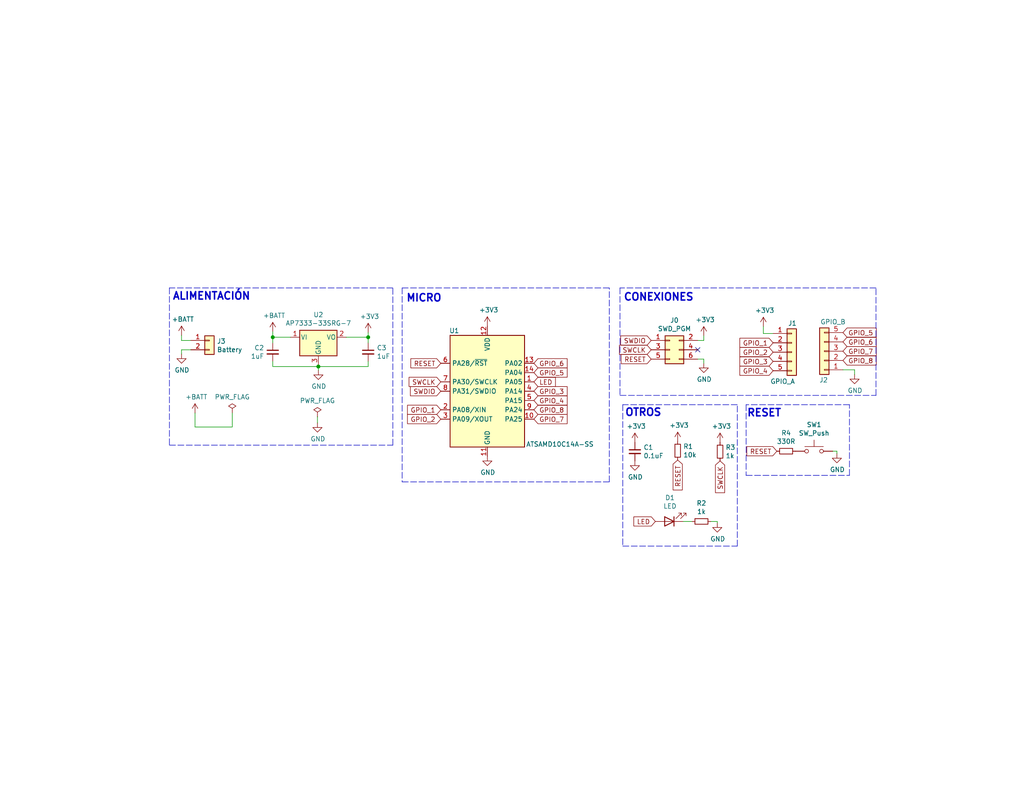
<source format=kicad_sch>
(kicad_sch (version 20211123) (generator eeschema)
  (paper "USLetter")
  (title_block (title "SAMD10C14A") (date "2020-08-21") (rev "1.0") (company "Cristóbal Cuevas Lagos") (comment 1 "Programmer for SAMD10"))
  (lib_symbols
    (symbol "Connector_Generic:Conn_01x02" (pin_names (offset 1.016) hide)
      (property "Reference" "J" (at 0 2.54 0))
      (property "Value" "Conn_01x02" (at 0 -5.08 0))
      (symbol "Conn_01x02_1_1"
        (rectangle (start -1.27 -2.413) (end 0 -2.667) (stroke (width 0.1524)))
        (rectangle (start -1.27 0.127) (end 0 -0.127) (stroke (width 0.1524)))
        (rectangle (start -1.27 1.27) (end 1.27 -3.81) (stroke (width 0.254)) (fill (type background)))
        (pin passive line (at -5.08 0 0) (length 3.81) (name "Pin_1") (number "1"))
        (pin passive line (at -5.08 -2.54 0) (length 3.81) (name "Pin_2") (number "2"))
      )
    )
    (symbol "Connector_Generic:Conn_01x05" (pin_names (offset 1.016) hide)
      (property "Reference" "J" (at 0 7.62 0))
      (property "Value" "Conn_01x05" (at 0 -7.62 0))
      (symbol "Conn_01x05_1_1"
        (rectangle (start -1.27 -4.953) (end 0 -5.207) (stroke (width 0.1524)))
        (rectangle (start -1.27 -2.413) (end 0 -2.667) (stroke (width 0.1524)))
        (rectangle (start -1.27 0.127) (end 0 -0.127) (stroke (width 0.1524)))
        (rectangle (start -1.27 2.667) (end 0 2.413) (stroke (width 0.1524)))
        (rectangle (start -1.27 5.207) (end 0 4.953) (stroke (width 0.1524)))
        (rectangle (start -1.27 6.35) (end 1.27 -6.35) (stroke (width 0.254)) (fill (type background)))
        (pin passive line (at -5.08 5.08 0) (length 3.81) (name "Pin_1") (number "1"))
        (pin passive line (at -5.08 2.54 0) (length 3.81) (name "Pin_2") (number "2"))
        (pin passive line (at -5.08 0 0) (length 3.81) (name "Pin_3") (number "3"))
        (pin passive line (at -5.08 -2.54 0) (length 3.81) (name "Pin_4") (number "4"))
        (pin passive line (at -5.08 -5.08 0) (length 3.81) (name "Pin_5") (number "5"))
      )
    )
    (symbol "Connector_Generic:Conn_02x03_Odd_Even" (pin_names (offset 1.016) hide)
      (property "Reference" "J" (at 1.27 5.08 0))
      (property "Value" "Conn_02x03_Odd_Even" (at 1.27 -5.08 0))
      (symbol "Conn_02x03_Odd_Even_1_1"
        (rectangle (start -1.27 -2.413) (end 0 -2.667) (stroke (width 0.1524)))
        (rectangle (start -1.27 0.127) (end 0 -0.127) (stroke (width 0.1524)))
        (rectangle (start -1.27 2.667) (end 0 2.413) (stroke (width 0.1524)))
        (rectangle (start -1.27 3.81) (end 3.81 -3.81) (stroke (width 0.254)) (fill (type background)))
        (rectangle (start 3.81 -2.413) (end 2.54 -2.667) (stroke (width 0.1524)))
        (rectangle (start 3.81 0.127) (end 2.54 -0.127) (stroke (width 0.1524)))
        (rectangle (start 3.81 2.667) (end 2.54 2.413) (stroke (width 0.1524)))
        (pin passive line (at -5.08 2.54 0) (length 3.81) (name "Pin_1") (number "1"))
        (pin passive line (at 7.62 2.54 180) (length 3.81) (name "Pin_2") (number "2"))
        (pin passive line (at -5.08 0 0) (length 3.81) (name "Pin_3") (number "3"))
        (pin passive line (at 7.62 0 180) (length 3.81) (name "Pin_4") (number "4"))
        (pin passive line (at -5.08 -2.54 0) (length 3.81) (name "Pin_5") (number "5"))
        (pin passive line (at 7.62 -2.54 180) (length 3.81) (name "Pin_6") (number "6"))
      )
    )
    (symbol "Device:C_Small" (pin_numbers hide) (pin_names (offset 0.254) hide)
      (property "Reference" "C" (at 0.254 1.778 0))
      (property "Value" "C_Small" (at 0.254 -2.032 0))
      (symbol "C_Small_0_1"
        (polyline (pts (xy -1.524 -0.508) (xy 1.524 -0.508)) (stroke (width 0.3302)))
        (polyline (pts (xy -1.524 0.508) (xy 1.524 0.508)) (stroke (width 0.3048)))
      )
      (symbol "C_Small_1_1"
        (pin passive line (at 0 2.54 270) (length 2.032) (name "~") (number "1"))
        (pin passive line (at 0 -2.54 90) (length 2.032) (name "~") (number "2"))
      )
    )
    (symbol "Device:LED" (pin_numbers hide) (pin_names (offset 1.016) hide)
      (property "Reference" "D" (at 0 2.54 0))
      (property "Value" "LED" (at 0 -2.54 0))
      (symbol "LED_0_1"
        (polyline (pts (xy -1.27 -1.27) (xy -1.27 1.27)) (stroke (width 0.254)))
        (polyline (pts (xy -1.27 0) (xy 1.27 0)))
        (polyline (pts (xy 1.27 -1.27) (xy 1.27 1.27) (xy -1.27 0) (xy 1.27 -1.27)) (stroke (width 0.254)))
        (polyline (pts (xy -3.048 -0.762) (xy -4.572 -2.286) (xy -3.81 -2.286) (xy -4.572 -2.286) (xy -4.572 -1.524)))
        (polyline (pts (xy -1.778 -0.762) (xy -3.302 -2.286) (xy -2.54 -2.286) (xy -3.302 -2.286) (xy -3.302 -1.524)))
      )
      (symbol "LED_1_1"
        (pin passive line (at -3.81 0 0) (length 2.54) (name "K") (number "1"))
        (pin passive line (at 3.81 0 180) (length 2.54) (name "A") (number "2"))
      )
    )
    (symbol "Device:R_Small" (pin_numbers hide) (pin_names (offset 0.254) hide)
      (property "Reference" "R" (at 0.762 0.508 0))
      (property "Value" "R_Small" (at 0.762 -1.016 0))
      (symbol "R_Small_0_1"
        (rectangle (start -0.762 1.778) (end 0.762 -1.778) (stroke (width 0.2032)))
      )
      (symbol "R_Small_1_1"
        (pin passive line (at 0 2.54 270) (length 0.762) (name "~") (number "1"))
        (pin passive line (at 0 -2.54 90) (length 0.762) (name "~") (number "2"))
      )
    )
    (symbol "MCU_Microchip_SAMD:ATSAMD10C14A-SS"
      (property "Reference" "U" (at -10.16 16.51 0))
      (property "Value" "ATSAMD10C14A-SS" (at 1.27 16.51 0))
      (symbol "ATSAMD10C14A-SS_0_1"
        (rectangle (start -10.16 15.24) (end 10.16 -15.24) (stroke (width 0.254)) (fill (type background)))
      )
      (symbol "ATSAMD10C14A-SS_1_1"
        (pin bidirectional line (at 12.7 2.54 180) (length 2.54) (name "PA05") (number "1"))
        (pin bidirectional line (at 12.7 -7.62 180) (length 2.54) (name "PA25") (number "10"))
        (pin power_in line (at 0 -17.78 90) (length 2.54) (name "GND") (number "11"))
        (pin power_in line (at 0 17.78 270) (length 2.54) (name "VDD") (number "12"))
        (pin bidirectional line (at 12.7 7.62 180) (length 2.54) (name "PA02") (number "13"))
        (pin bidirectional line (at 12.7 5.08 180) (length 2.54) (name "PA04") (number "14"))
        (pin bidirectional line (at -12.7 -5.08 0) (length 2.54) (name "PA08/XIN") (number "2"))
        (pin bidirectional line (at -12.7 -7.62 0) (length 2.54) (name "PA09/XOUT") (number "3"))
        (pin bidirectional line (at 12.7 0 180) (length 2.54) (name "PA14") (number "4"))
        (pin bidirectional line (at 12.7 -2.54 180) (length 2.54) (name "PA15") (number "5"))
        (pin bidirectional line (at -12.7 7.62 0) (length 2.54) (name "PA28/~{RST}") (number "6"))
        (pin bidirectional line (at -12.7 2.54 0) (length 2.54) (name "PA30/SWCLK") (number "7"))
        (pin bidirectional line (at -12.7 0 0) (length 2.54) (name "PA31/SWDIO") (number "8"))
        (pin bidirectional line (at 12.7 -5.08 180) (length 2.54) (name "PA24") (number "9"))
      )
    )
    (symbol "Regulator_Linear:APE8865NR-12-HF-3" (pin_names (offset 0.254))
      (property "Reference" "U" (at -3.81 3.175 0))
      (property "Value" "APE8865NR-12-HF-3" (at 0 3.175 0))
      (symbol "APE8865NR-12-HF-3_0_1"
        (rectangle (start -5.08 1.905) (end 5.08 -5.08) (stroke (width 0.254)) (fill (type background)))
      )
      (symbol "APE8865NR-12-HF-3_1_1"
        (pin power_in line (at -7.62 0 0) (length 2.54) (name "VI") (number "1"))
        (pin power_out line (at 7.62 0 180) (length 2.54) (name "VO") (number "2"))
        (pin power_in line (at 0 -7.62 90) (length 2.54) (name "GND") (number "3"))
      )
    )
    (symbol "Switch:SW_Push" (pin_numbers hide) (pin_names (offset 1.016) hide)
      (property "Reference" "SW" (at 1.27 2.54 0))
      (property "Value" "SW_Push" (at 0 -1.524 0))
      (symbol "SW_Push_0_1"
        (circle (center -2.032 0) (radius 0.508))
        (polyline (pts (xy 0 1.27) (xy 0 3.048)))
        (polyline (pts (xy 2.54 1.27) (xy -2.54 1.27)))
        (circle (center 2.032 0) (radius 0.508))
        (pin passive line (at -5.08 0 0) (length 2.54) (name "1") (number "1"))
        (pin passive line (at 5.08 0 180) (length 2.54) (name "2") (number "2"))
      )
    )
    (symbol "power:+3V3" (power) (pin_names (offset 0))
      (property "Value" "+3V3" (at 0 3.556 0))
      (symbol "+3V3_0_1"
        (polyline (pts (xy -0.762 1.27) (xy 0 2.54)))
        (polyline (pts (xy 0 0) (xy 0 2.54)))
        (polyline (pts (xy 0 2.54) (xy 0.762 1.27)))
      )
      (symbol "+3V3_1_1"
        (pin power_in line (at 0 0 90) (length 0) hide (name "+3V3") (number "1"))
      )
    )
    (symbol "power:+BATT" (power) (pin_names (offset 0))
      (property "Value" "+BATT" (at 0 3.556 0))
      (symbol "+BATT_0_1"
        (polyline (pts (xy -0.762 1.27) (xy 0 2.54)))
        (polyline (pts (xy 0 0) (xy 0 2.54)))
        (polyline (pts (xy 0 2.54) (xy 0.762 1.27)))
      )
      (symbol "+BATT_1_1"
        (pin power_in line (at 0 0 90) (length 0) hide (name "+BATT") (number "1"))
      )
    )
    (symbol "power:GND" (power) (pin_names (offset 0))
      (property "Value" "GND" (at 0 -3.81 0))
      (symbol "GND_0_1"
        (polyline (pts (xy 0 0) (xy 0 -1.27) (xy 1.27 -1.27) (xy 0 -2.54) (xy -1.27 -1.27) (xy 0 -1.27)))
      )
      (symbol "GND_1_1"
        (pin power_in line (at 0 0 270) (length 0) hide (name "GND") (number "1"))
      )
    )
    (symbol "power:PWR_FLAG" (power) (pin_numbers hide) (pin_names (offset 0) hide)
      (property "Value" "PWR_FLAG" (at 0 3.81 0))
      (symbol "PWR_FLAG_0_0"
        (pin power_out line (at 0 0 90) (length 0) (name "pwr") (number "1"))
      )
      (symbol "PWR_FLAG_0_1"
        (polyline (pts (xy 0 0) (xy 0 1.27) (xy -1.016 1.905) (xy 0 2.54) (xy 1.016 1.905) (xy 0 1.27)))
      )
    )
  )
  (junction (at 86.868 100.076))
  (junction (at 74.422 92.075))
  (junction (at 100.457 92.075))
  (no_connect (at 190.373 95.504))
  (wire (pts (xy 49.53 91.567) (xy 49.53 92.964)))
  (polyline (pts (xy 169.926 110.49) (xy 169.926 149.098)))
  (polyline (pts (xy 166.243 78.613) (xy 109.728 78.613)))
  (polyline (pts (xy 46.228 78.613) (xy 46.228 121.539)))
  (polyline (pts (xy 166.243 131.572) (xy 166.243 78.613)))
  (wire (pts (xy 74.422 98.679) (xy 74.422 100.076)))
  (wire (pts (xy 74.422 92.075) (xy 74.422 93.599)))
  (wire (pts (xy 208.28 91.059) (xy 210.947 91.059)))
  (wire (pts (xy 49.53 92.964) (xy 52.07 92.964)))
  (polyline (pts (xy 46.228 121.539) (xy 107.188 121.539)))
  (polyline (pts (xy 201.168 149.098) (xy 201.168 110.49)))
  (wire (pts (xy 49.53 96.647) (xy 49.53 95.504)))
  (wire (pts (xy 190.373 98.044) (xy 192.024 98.044)))
  (wire (pts (xy 100.457 90.805) (xy 100.457 92.075)))
  (polyline (pts (xy 109.728 131.572) (xy 166.243 131.572)))
  (wire (pts (xy 100.457 98.679) (xy 100.457 100.076)))
  (wire (pts (xy 227.203 123.19) (xy 228.346 123.19)))
  (polyline (pts (xy 169.926 149.098) (xy 201.168 149.098)))
  (wire (pts (xy 53.213 116.586) (xy 63.373 116.586)))
  (wire (pts (xy 100.457 100.076) (xy 86.868 100.076)))
  (wire (pts (xy 190.373 92.964) (xy 192.024 92.964)))
  (polyline (pts (xy 169.164 78.613) (xy 169.164 107.95)))
  (wire (pts (xy 100.457 92.075) (xy 100.457 93.599)))
  (wire (pts (xy 195.707 142.367) (xy 195.707 142.748)))
  (polyline (pts (xy 239.014 107.95) (xy 239.014 78.613)))
  (polyline (pts (xy 231.775 110.49) (xy 203.581 110.49)))
  (wire (pts (xy 186.436 142.367) (xy 188.849 142.367)))
  (wire (pts (xy 74.422 100.076) (xy 86.868 100.076)))
  (wire (pts (xy 193.929 142.367) (xy 195.707 142.367)))
  (wire (pts (xy 74.422 90.551) (xy 74.422 92.075)))
  (polyline (pts (xy 107.188 121.539) (xy 107.188 78.613)))
  (wire (pts (xy 208.28 89.154) (xy 208.28 91.059)))
  (polyline (pts (xy 203.581 110.49) (xy 203.581 129.794)))
  (wire (pts (xy 49.53 95.504) (xy 52.07 95.504)))
  (wire (pts (xy 86.868 100.076) (xy 86.868 99.695)))
  (polyline (pts (xy 109.728 78.613) (xy 109.728 131.572)))
  (wire (pts (xy 74.422 92.075) (xy 79.248 92.075)))
  (polyline (pts (xy 169.164 107.95) (xy 239.014 107.95)))
  (wire (pts (xy 53.213 112.776) (xy 53.213 116.586)))
  (wire (pts (xy 228.346 123.19) (xy 228.346 123.825)))
  (wire (pts (xy 192.024 98.044) (xy 192.024 99.187)))
  (wire (pts (xy 86.868 101.092) (xy 86.868 100.076)))
  (wire (pts (xy 94.488 92.075) (xy 100.457 92.075)))
  (polyline (pts (xy 239.014 78.613) (xy 169.164 78.613)))
  (wire (pts (xy 192.024 92.964) (xy 192.024 91.694)))
  (wire (pts (xy 63.373 116.586) (xy 63.373 112.776)))
  (polyline (pts (xy 203.581 129.794) (xy 231.775 129.794)))
  (polyline (pts (xy 231.775 129.794) (xy 231.775 110.49)))
  (polyline (pts (xy 201.168 110.49) (xy 169.926 110.49)))
  (wire (pts (xy 229.997 100.965) (xy 233.172 100.965)))
  (polyline (pts (xy 107.188 78.613) (xy 46.228 78.613)))
  (wire (pts (xy 233.172 100.965) (xy 233.172 102.235)))
  (wire (pts (xy 86.614 113.792) (xy 86.614 115.443)))
  (text "MICRO" (at 110.744 82.677 0) (effects (font (size 2.0066 2.0066) (thickness 0.4013) bold) (justify left bottom)))
  (text "OTROS" (at 170.434 113.919 0) (effects (font (size 2.0066 2.0066) (thickness 0.4013) bold) (justify left bottom)))
  (text "RESET" (at 203.708 114.046 0) (effects (font (size 2.0066 2.0066) (thickness 0.4013) bold) (justify left bottom)))
  (text "ALIMENTACIÓN" (at 46.99 82.169 0) (effects (font (size 2.0066 2.0066) (thickness 0.4013) bold) (justify left bottom)))
  (text "CONEXIONES" (at 170.053 82.423 0) (effects (font (size 2.0066 2.0066) (thickness 0.4013) bold) (justify left bottom)))
  (global_label "GPIO_6" (shape input) (at 229.997 93.345 0) (property "Intersheet References" "${INTERSHEET_REFS}" (effects hide)))
  (global_label "GPIO_1" (shape input) (at 120.269 111.887 180) (property "Intersheet References" "${INTERSHEET_REFS}" (effects hide)))
  (global_label "GPIO_4" (shape input) (at 210.947 101.219 180) (property "Intersheet References" "${INTERSHEET_REFS}" (effects hide)))
  (global_label "GPIO_2" (shape input) (at 120.269 114.427 180) (property "Intersheet References" "${INTERSHEET_REFS}" (effects hide)))
  (global_label "GPIO_2" (shape input) (at 210.947 96.139 180) (property "Intersheet References" "${INTERSHEET_REFS}" (effects hide)))
  (global_label "RESET" (shape input) (at 211.963 123.19 180) (property "Intersheet References" "${INTERSHEET_REFS}" (effects hide)))
  (global_label "RESET" (shape input) (at 120.269 99.187 180) (property "Intersheet References" "${INTERSHEET_REFS}" (effects hide)))
  (global_label "LED" (shape input) (at 178.816 142.367 180) (property "Intersheet References" "${INTERSHEET_REFS}" (effects hide)))
  (global_label "GPIO_5" (shape input) (at 145.669 101.727 0) (property "Intersheet References" "${INTERSHEET_REFS}" (effects hide)))
  (global_label "SWDIO" (shape input) (at 177.673 92.964 180) (property "Intersheet References" "${INTERSHEET_REFS}" (effects hide)))
  (global_label "GPIO_8" (shape input) (at 145.669 111.887 0) (property "Intersheet References" "${INTERSHEET_REFS}" (effects hide)))
  (global_label "GPIO_7" (shape input) (at 229.997 95.885 0) (property "Intersheet References" "${INTERSHEET_REFS}" (effects hide)))
  (global_label "GPIO_6" (shape input) (at 145.669 99.187 0) (property "Intersheet References" "${INTERSHEET_REFS}" (effects hide)))
  (global_label "SWCLK" (shape input) (at 177.673 95.504 180) (property "Intersheet References" "${INTERSHEET_REFS}" (effects hide)))
  (global_label "SWCLK" (shape input) (at 196.469 125.857 270) (property "Intersheet References" "${INTERSHEET_REFS}" (effects hide)))
  (global_label "GPIO_5" (shape input) (at 229.997 90.805 0) (property "Intersheet References" "${INTERSHEET_REFS}" (effects hide)))
  (global_label "GPIO_4" (shape input) (at 145.669 109.347 0) (property "Intersheet References" "${INTERSHEET_REFS}" (effects hide)))
  (global_label "GPIO_3" (shape input) (at 145.669 106.807 0) (property "Intersheet References" "${INTERSHEET_REFS}" (effects hide)))
  (global_label "LED" (shape input) (at 145.669 104.267 0) (property "Intersheet References" "${INTERSHEET_REFS}" (effects hide)))
  (global_label "SWCLK" (shape input) (at 120.269 104.267 180) (property "Intersheet References" "${INTERSHEET_REFS}" (effects hide)))
  (global_label "RESET" (shape input) (at 184.912 125.603 270) (property "Intersheet References" "${INTERSHEET_REFS}" (effects hide)))
  (global_label "GPIO_8" (shape input) (at 229.997 98.425 0) (property "Intersheet References" "${INTERSHEET_REFS}" (effects hide)))
  (global_label "GPIO_7" (shape input) (at 145.669 114.427 0) (property "Intersheet References" "${INTERSHEET_REFS}" (effects hide)))
  (global_label "SWDIO" (shape input) (at 120.269 106.807 180) (property "Intersheet References" "${INTERSHEET_REFS}" (effects hide)))
  (global_label "RESET" (shape input) (at 177.673 98.044 180) (property "Intersheet References" "${INTERSHEET_REFS}" (effects hide)))
  (global_label "GPIO_1" (shape input) (at 210.947 93.599 180) (property "Intersheet References" "${INTERSHEET_REFS}" (effects hide)))
  (global_label "GPIO_3" (shape input) (at 210.947 98.679 180) (property "Intersheet References" "${INTERSHEET_REFS}" (effects hide)))
  (symbol (lib_id "MCU_Microchip_SAMD:ATSAMD10C14A-SS") (at 132.969 106.807 0) (unit 1)
    (property "Reference" "U1" (at 123.952 90.297 0))
    (property "Value" "ATSAMD10C14A-SS" (at 152.781 121.285 0))
    (property "Footprint" "Package_SO:SOIC-14_3.9x8.7mm_P1.27mm" (effects hide))
    (property "Datasheet" "http://ww1.microchip.com/downloads/en/DeviceDoc/Atmel-42242-SAM-D10_Datasheet.pdf" (effects hide))
  )
  (symbol (lib_id "Device:C_Small") (at 173.228 123.317 0) (unit 1)
    (property "Reference" "C1" (at 175.5648 122.1486 0) (effects (justify left)))
    (property "Value" "0.1uF" (at 175.5648 124.46 0) (effects (justify left)))
    (property "Footprint" "Capacitor_SMD:C_0805_2012Metric" (effects hide))
  )
  (symbol (lib_id "power:+3V3") (at 173.228 120.777 0) (unit 1)
    (property "Reference" "#PWR03" (effects hide))
    (property "Value" "+3V3" (at 173.609 116.3828 0))
  )
  (symbol (lib_id "power:GND") (at 173.228 125.857 0) (unit 1)
    (property "Reference" "#PWR04" (effects hide))
    (property "Value" "GND" (at 173.355 130.2512 0))
  )
  (symbol (lib_id "power:+3V3") (at 132.969 89.027 0) (unit 1)
    (property "Reference" "#PWR01" (effects hide))
    (property "Value" "+3V3" (at 133.35 84.6328 0))
  )
  (symbol (lib_id "power:GND") (at 132.969 124.587 0) (unit 1)
    (property "Reference" "#PWR02" (effects hide))
    (property "Value" "GND" (at 133.096 128.9812 0))
  )
  (symbol (lib_id "power:+3V3") (at 184.912 120.523 0) (unit 1)
    (property "Reference" "#PWR05" (effects hide))
    (property "Value" "+3V3" (at 185.293 116.1288 0))
  )
  (symbol (lib_id "Device:R_Small") (at 184.912 123.063 0) (unit 1)
    (property "Reference" "R1" (at 186.4106 121.8946 0) (effects (justify left)))
    (property "Value" "10k" (at 186.4106 124.206 0) (effects (justify left)))
    (property "Footprint" "Resistor_SMD:R_0805_2012Metric" (effects hide))
  )
  (symbol (lib_id "Switch:SW_Push") (at 222.123 123.19 0) (unit 1)
    (property "Reference" "SW1" (at 222.123 115.951 0))
    (property "Value" "SW_Push" (at 222.123 118.2624 0))
    (property "Footprint" "Button_Switch_THT:SW_PUSH_6mm" (effects hide))
  )
  (symbol (lib_id "power:GND") (at 228.346 123.825 0) (unit 1)
    (property "Reference" "#PWR06" (effects hide))
    (property "Value" "GND" (at 228.473 128.2192 0))
  )
  (symbol (lib_id "Device:LED") (at 182.626 142.367 180) (unit 1)
    (property "Reference" "D1" (at 182.8038 135.89 0))
    (property "Value" "LED" (at 182.8038 138.2014 0))
    (property "Footprint" "LED_SMD:LED_0805_2012Metric_Pad1.15x1.40mm_HandSolder" (effects hide))
  )
  (symbol (lib_id "Device:R_Small") (at 191.389 142.367 90) (unit 1)
    (property "Reference" "R2" (at 191.389 137.3886 90))
    (property "Value" "1k" (at 191.389 139.7 90))
    (property "Footprint" "Resistor_SMD:R_0805_2012Metric" (effects hide))
  )
  (symbol (lib_id "power:GND") (at 195.707 142.748 0) (unit 1)
    (property "Reference" "#PWR07" (effects hide))
    (property "Value" "GND" (at 195.834 147.1422 0))
  )
  (symbol (lib_id "Connector_Generic:Conn_02x03_Odd_Even") (at 182.753 95.504 0) (unit 1)
    (property "Reference" "J0" (at 184.023 87.4522 0))
    (property "Value" "SWD_PGM" (at 184.023 89.7636 0))
    (property "Footprint" "Connector_PinHeader_2.54mm:PinHeader_2x03_P2.54mm_Vertical" (effects hide))
  )
  (symbol (lib_id "power:+3V3") (at 192.024 91.694 0) (unit 1)
    (property "Reference" "#PWR012" (effects hide))
    (property "Value" "+3V3" (at 192.405 87.2998 0))
  )
  (symbol (lib_id "power:GND") (at 192.024 99.187 0) (unit 1)
    (property "Reference" "#PWR013" (effects hide))
    (property "Value" "GND" (at 192.151 103.5812 0))
  )
  (symbol (lib_id "Device:R_Small") (at 214.503 123.19 270) (unit 1)
    (property "Reference" "R4" (at 214.503 118.2116 90))
    (property "Value" "330R" (at 214.503 120.523 90))
    (property "Footprint" "Resistor_SMD:R_0805_2012Metric" (effects hide))
  )
  (symbol (lib_id "Device:R_Small") (at 196.469 123.317 180) (unit 1)
    (property "Reference" "R3" (at 197.9676 122.1486 0) (effects (justify right)))
    (property "Value" "1k" (at 197.9676 124.46 0) (effects (justify right)))
    (property "Footprint" "Resistor_SMD:R_0805_2012Metric" (effects hide))
  )
  (symbol (lib_id "power:+3V3") (at 196.469 120.777 0) (unit 1)
    (property "Reference" "#PWR08" (effects hide))
    (property "Value" "+3V3" (at 196.85 116.3828 0))
  )
  (symbol (lib_id "Connector_Generic:Conn_01x05") (at 216.027 96.139 0) (unit 1)
    (property "Reference" "J1" (at 215.011 88.265 0) (effects (justify left)))
    (property "Value" "GPIO_A" (at 210.185 104.14 0) (effects (justify left)))
    (property "Footprint" "Connector_PinHeader_2.54mm:PinHeader_1x05_P2.54mm_Vertical" (effects hide))
  )
  (symbol (lib_id "Connector_Generic:Conn_01x05") (at 224.917 95.885 180) (unit 1)
    (property "Reference" "J2" (at 225.933 103.759 0) (effects (justify left)))
    (property "Value" "GPIO_B" (at 230.759 87.884 0) (effects (justify left)))
    (property "Footprint" "Connector_PinHeader_2.54mm:PinHeader_1x05_P2.54mm_Vertical" (effects hide))
  )
  (symbol (lib_id "power:GND") (at 233.172 102.235 0) (unit 1)
    (property "Reference" "#PWR014" (effects hide))
    (property "Value" "GND" (at 233.299 106.6292 0))
  )
  (symbol (lib_id "power:+3V3") (at 208.28 89.154 0) (unit 1)
    (property "Reference" "#PWR011" (effects hide))
    (property "Value" "+3V3" (at 208.661 84.7598 0))
  )
  (symbol (lib_id "Connector_Generic:Conn_01x02") (at 57.15 92.964 0) (unit 1)
    (property "Reference" "J3" (at 59.182 93.1672 0) (effects (justify left)))
    (property "Value" "Battery" (at 59.182 95.4786 0) (effects (justify left)))
    (property "Footprint" "Connector_JST:JST_PH_B2B-PH-K_1x02_P2.00mm_Vertical" (effects hide))
  )
  (symbol (lib_id "Regulator_Linear:APE8865NR-12-HF-3") (at 86.868 92.075 0) (unit 1)
    (property "Reference" "U2" (at 86.868 85.9282 0))
    (property "Value" "AP7333-33SRG-7" (at 86.868 88.2396 0))
    (property "Footprint" "Package_TO_SOT_SMD:SOT-23" (effects hide))
    (property "Datasheet" "http://www.tme.eu/fr/Document/ced3461ed31ea70a3c416fb648e0cde7/APE8865-3.pdf" (effects hide))
  )
  (symbol (lib_id "Device:C_Small") (at 74.422 96.139 0) (mirror y) (unit 1)
    (property "Reference" "C2" (at 72.0852 94.9706 0) (effects (justify left)))
    (property "Value" "1uF" (at 72.0852 97.282 0) (effects (justify left)))
    (property "Footprint" "Capacitor_SMD:C_0805_2012Metric" (effects hide))
  )
  (symbol (lib_id "Device:C_Small") (at 100.457 96.139 0) (unit 1)
    (property "Reference" "C3" (at 102.7938 94.9706 0) (effects (justify left)))
    (property "Value" "1uF" (at 102.7938 97.282 0) (effects (justify left)))
    (property "Footprint" "Capacitor_SMD:C_0805_2012Metric" (effects hide))
  )
  (symbol (lib_id "power:GND") (at 86.868 101.092 0) (unit 1)
    (property "Reference" "#PWR09" (effects hide))
    (property "Value" "GND" (at 86.995 105.4862 0))
  )
  (symbol (lib_id "power:+3V3") (at 100.457 90.805 0) (unit 1)
    (property "Reference" "#PWR010" (effects hide))
    (property "Value" "+3V3" (at 100.838 86.4108 0))
  )
  (symbol (lib_id "power:+BATT") (at 49.53 91.567 0) (unit 1)
    (property "Reference" "#PWR016" (effects hide))
    (property "Value" "+BATT" (at 49.911 87.1728 0))
  )
  (symbol (lib_id "power:+BATT") (at 74.422 90.551 0) (unit 1)
    (property "Reference" "#PWR015" (effects hide))
    (property "Value" "+BATT" (at 74.803 86.1568 0))
  )
  (symbol (lib_id "power:GND") (at 49.53 96.647 0) (unit 1)
    (property "Reference" "#PWR017" (effects hide))
    (property "Value" "GND" (at 49.657 101.0412 0))
  )
  (symbol (lib_id "power:PWR_FLAG") (at 86.614 113.792 0) (unit 1)
    (property "Reference" "#FLG0101" (effects hide))
    (property "Value" "PWR_FLAG" (at 86.614 109.3978 0))
  )
  (symbol (lib_id "power:PWR_FLAG") (at 63.373 112.776 0) (unit 1)
    (property "Reference" "#FLG0102" (effects hide))
    (property "Value" "PWR_FLAG" (at 63.373 108.3818 0))
  )
  (symbol (lib_id "power:+BATT") (at 53.213 112.776 0) (unit 1)
    (property "Reference" "#PWR0101" (effects hide))
    (property "Value" "+BATT" (at 53.594 108.3818 0))
  )
  (symbol (lib_id "power:GND") (at 86.614 115.443 0) (unit 1)
    (property "Reference" "#PWR0102" (effects hide))
    (property "Value" "GND" (at 86.741 119.8372 0))
  )
)
</source>
